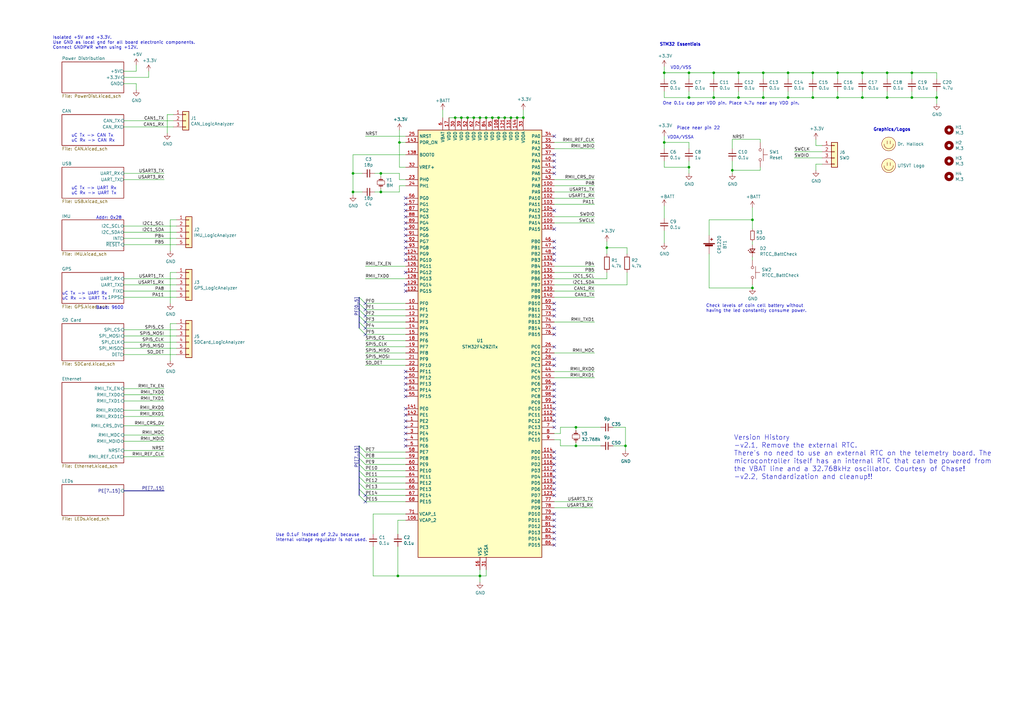
<source format=kicad_sch>
(kicad_sch (version 20230121) (generator eeschema)
  (paper "A3")
  (junction (at 323.215 29.845))
  (junction (at 191.77 48.26))
  (junction (at 384.175 40.005))
  (junction (at 333.375 29.845))
  (junction (at 236.22 175.26))
  (junction (at 343.535 29.845))
  (junction (at 196.85 236.22))
  (junction (at 156.21 78.74))
  (junction (at 144.78 78.74))
  (junction (at 282.575 68.58))
  (junction (at 163.83 58.42))
  (junction (at 156.21 71.12))
  (junction (at 343.535 40.005))
  (junction (at 196.85 48.26))
  (junction (at 201.93 48.26))
  (junction (at 302.895 29.845))
  (junction (at 144.78 71.12))
  (junction (at 282.575 29.845))
  (junction (at 374.015 40.005))
  (junction (at 272.415 58.42))
  (junction (at 186.69 48.26))
  (junction (at 323.215 40.005))
  (junction (at 209.55 48.26))
  (junction (at 189.23 48.26))
  (junction (at 374.015 29.845))
  (junction (at 204.47 48.26))
  (junction (at 199.39 48.26))
  (junction (at 313.055 40.005))
  (junction (at 363.855 29.845))
  (junction (at 308.61 90.17))
  (junction (at 363.855 40.005))
  (junction (at 163.195 236.22))
  (junction (at 256.54 182.88))
  (junction (at 292.735 29.845))
  (junction (at 313.055 29.845))
  (junction (at 282.575 40.005))
  (junction (at 300.355 69.85))
  (junction (at 207.01 48.26))
  (junction (at 194.31 48.26))
  (junction (at 236.22 182.88))
  (junction (at 248.92 101.6))
  (junction (at 214.63 48.26))
  (junction (at 353.695 29.845))
  (junction (at 302.895 40.005))
  (junction (at 292.735 40.005))
  (junction (at 212.09 48.26))
  (junction (at 308.61 118.11))
  (junction (at 272.415 29.845))
  (junction (at 353.695 40.005))
  (junction (at 333.375 40.005))
  (no_connect (at 166.37 106.68))
  (no_connect (at 227.33 99.06))
  (no_connect (at 149.86 127))
  (no_connect (at 227.33 172.72))
  (no_connect (at 227.33 86.36))
  (no_connect (at 166.37 162.56))
  (no_connect (at 227.33 190.5))
  (no_connect (at 149.86 205.74))
  (no_connect (at 227.33 193.04))
  (no_connect (at 227.33 137.16))
  (no_connect (at 166.37 182.88))
  (no_connect (at 227.33 68.58))
  (no_connect (at 227.33 195.58))
  (no_connect (at 166.37 111.76))
  (no_connect (at 227.33 104.14))
  (no_connect (at 166.37 88.9))
  (no_connect (at 227.33 124.46))
  (no_connect (at 227.33 71.12))
  (no_connect (at 166.37 83.82))
  (no_connect (at 166.37 172.72))
  (no_connect (at 149.86 124.46))
  (no_connect (at 166.37 86.36))
  (no_connect (at 166.37 160.02))
  (no_connect (at 227.33 165.1))
  (no_connect (at 227.33 203.2))
  (no_connect (at 149.86 137.16))
  (no_connect (at 166.37 91.44))
  (no_connect (at 227.33 101.6))
  (no_connect (at 166.37 167.64))
  (no_connect (at 227.33 210.82))
  (no_connect (at 227.33 147.32))
  (no_connect (at 227.33 63.5))
  (no_connect (at 149.86 134.62))
  (no_connect (at 227.33 157.48))
  (no_connect (at 227.33 175.26))
  (no_connect (at 227.33 134.62))
  (no_connect (at 166.37 104.14))
  (no_connect (at 166.37 116.84))
  (no_connect (at 166.37 81.28))
  (no_connect (at 227.33 93.98))
  (no_connect (at 227.33 127))
  (no_connect (at 166.37 157.48))
  (no_connect (at 227.33 220.98))
  (no_connect (at 227.33 129.54))
  (no_connect (at 166.37 119.38))
  (no_connect (at 227.33 200.66))
  (no_connect (at 149.86 203.2))
  (no_connect (at 166.37 175.26))
  (no_connect (at 227.33 198.12))
  (no_connect (at 166.37 177.8))
  (no_connect (at 166.37 101.6))
  (no_connect (at 166.37 154.94))
  (no_connect (at 166.37 99.06))
  (no_connect (at 166.37 170.18))
  (no_connect (at 149.86 129.54))
  (no_connect (at 166.37 152.4))
  (no_connect (at 227.33 66.04))
  (no_connect (at 227.33 160.02))
  (no_connect (at 227.33 223.52))
  (no_connect (at 227.33 106.68))
  (no_connect (at 227.33 215.9))
  (no_connect (at 149.86 132.08))
  (no_connect (at 227.33 187.96))
  (no_connect (at 227.33 162.56))
  (no_connect (at 166.37 96.52))
  (no_connect (at 227.33 55.88))
  (no_connect (at 227.33 213.36))
  (no_connect (at 227.33 185.42))
  (no_connect (at 227.33 218.44))
  (no_connect (at 227.33 149.86))
  (no_connect (at 166.37 93.98))
  (no_connect (at 227.33 167.64))
  (no_connect (at 166.37 180.34))
  (no_connect (at 227.33 142.24))
  (no_connect (at 227.33 170.18))
  (bus_entry (at 147.32 129.54) (size 2.54 2.54))
  (bus_entry (at 147.32 195.58) (size 2.54 2.54))
  (bus_entry (at 147.32 198.12) (size 2.54 2.54))
  (bus_entry (at 147.32 185.42) (size 2.54 2.54))
  (bus_entry (at 147.32 127) (size 2.54 2.54))
  (bus_entry (at 147.32 190.5) (size 2.54 2.54))
  (bus_entry (at 147.32 182.88) (size 2.54 2.54))
  (bus_entry (at 147.32 132.08) (size 2.54 2.54))
  (bus_entry (at 147.32 203.2) (size 2.54 2.54))
  (bus_entry (at 147.32 124.46) (size 2.54 2.54))
  (bus_entry (at 147.32 193.04) (size 2.54 2.54))
  (bus_entry (at 147.32 187.96) (size 2.54 2.54))
  (bus_entry (at 147.32 200.66) (size 2.54 2.54))
  (bus_entry (at 147.32 134.62) (size 2.54 2.54))
  (bus_entry (at 147.32 121.92) (size 2.54 2.54))
  (wire (pts (xy 290.83 90.17) (xy 308.61 90.17)))
  (bus (pts (xy 147.32 124.46) (xy 147.32 127)))
  (wire (pts (xy 166.37 124.46) (xy 149.86 124.46)))
  (wire (pts (xy 313.055 37.465) (xy 313.055 40.005)))
  (wire (pts (xy 227.33 205.74) (xy 243.205 205.74)))
  (wire (pts (xy 166.37 200.66) (xy 149.86 200.66)))
  (wire (pts (xy 166.37 137.16) (xy 149.86 137.16)))
  (wire (pts (xy 323.215 37.465) (xy 323.215 40.005)))
  (wire (pts (xy 282.575 40.005) (xy 292.735 40.005)))
  (wire (pts (xy 256.54 182.88) (xy 251.46 182.88)))
  (wire (pts (xy 227.33 119.38) (xy 243.84 119.38)))
  (wire (pts (xy 166.37 129.54) (xy 149.86 129.54)))
  (wire (pts (xy 363.855 40.005) (xy 374.015 40.005)))
  (wire (pts (xy 144.78 63.5) (xy 144.78 71.12)))
  (wire (pts (xy 374.015 29.845) (xy 374.015 32.385)))
  (wire (pts (xy 50.8 135.255) (xy 72.39 135.255)))
  (wire (pts (xy 181.61 45.085) (xy 181.61 48.26)))
  (wire (pts (xy 144.78 71.12) (xy 148.59 71.12)))
  (wire (pts (xy 272.415 29.845) (xy 272.415 32.385)))
  (wire (pts (xy 363.855 32.385) (xy 363.855 29.845)))
  (wire (pts (xy 323.215 29.845) (xy 313.055 29.845)))
  (wire (pts (xy 248.92 114.3) (xy 248.92 111.76)))
  (wire (pts (xy 333.375 32.385) (xy 333.375 29.845)))
  (wire (pts (xy 166.37 149.86) (xy 149.86 149.86)))
  (wire (pts (xy 166.37 205.74) (xy 149.86 205.74)))
  (wire (pts (xy 272.415 40.005) (xy 282.575 40.005)))
  (wire (pts (xy 72.39 95.25) (xy 50.8 95.25)))
  (wire (pts (xy 153.67 71.12) (xy 156.21 71.12)))
  (wire (pts (xy 290.83 104.14) (xy 290.83 118.11)))
  (bus (pts (xy 147.32 182.88) (xy 147.32 185.42)))
  (wire (pts (xy 243.205 208.28) (xy 227.33 208.28)))
  (wire (pts (xy 50.8 92.71) (xy 72.39 92.71)))
  (wire (pts (xy 243.84 154.94) (xy 227.33 154.94)))
  (wire (pts (xy 300.355 69.85) (xy 300.355 66.04)))
  (wire (pts (xy 311.785 69.85) (xy 300.355 69.85)))
  (wire (pts (xy 72.39 140.335) (xy 50.8 140.335)))
  (wire (pts (xy 302.895 29.845) (xy 313.055 29.845)))
  (wire (pts (xy 50.8 119.38) (xy 72.39 119.38)))
  (bus (pts (xy 147.32 193.04) (xy 147.32 195.58)))
  (wire (pts (xy 353.695 40.005) (xy 363.855 40.005)))
  (wire (pts (xy 69.85 90.17) (xy 72.39 90.17)))
  (wire (pts (xy 272.415 99.695) (xy 272.415 94.615)))
  (wire (pts (xy 144.78 63.5) (xy 166.37 63.5)))
  (wire (pts (xy 163.83 73.66) (xy 163.83 71.12)))
  (wire (pts (xy 243.84 109.22) (xy 227.33 109.22)))
  (wire (pts (xy 149.86 55.88) (xy 166.37 55.88)))
  (wire (pts (xy 227.33 81.28) (xy 243.84 81.28)))
  (wire (pts (xy 229.87 177.8) (xy 227.33 177.8)))
  (wire (pts (xy 343.535 37.465) (xy 343.535 40.005)))
  (wire (pts (xy 311.785 57.15) (xy 311.785 58.42)))
  (wire (pts (xy 384.175 29.845) (xy 384.175 32.385)))
  (bus (pts (xy 147.32 195.58) (xy 147.32 198.12)))
  (wire (pts (xy 337.185 62.23) (xy 325.755 62.23)))
  (wire (pts (xy 163.195 213.36) (xy 166.37 213.36)))
  (wire (pts (xy 196.85 236.22) (xy 199.39 236.22)))
  (wire (pts (xy 166.37 147.32) (xy 149.86 147.32)))
  (wire (pts (xy 186.69 48.26) (xy 189.23 48.26)))
  (wire (pts (xy 69.85 124.46) (xy 69.85 111.76)))
  (wire (pts (xy 163.83 58.42) (xy 163.83 68.58)))
  (wire (pts (xy 282.575 37.465) (xy 282.575 40.005)))
  (wire (pts (xy 323.215 40.005) (xy 333.375 40.005)))
  (wire (pts (xy 196.85 238.76) (xy 196.85 236.22)))
  (wire (pts (xy 246.38 182.88) (xy 236.22 182.88)))
  (wire (pts (xy 308.61 90.17) (xy 308.61 93.98)))
  (wire (pts (xy 282.575 29.845) (xy 292.735 29.845)))
  (wire (pts (xy 363.855 29.845) (xy 374.015 29.845)))
  (wire (pts (xy 50.8 114.3) (xy 72.39 114.3)))
  (wire (pts (xy 374.015 29.845) (xy 384.175 29.845)))
  (wire (pts (xy 163.195 224.155) (xy 163.195 236.22)))
  (wire (pts (xy 308.61 106.68) (xy 308.61 105.41)))
  (wire (pts (xy 374.015 40.005) (xy 384.175 40.005)))
  (wire (pts (xy 50.8 184.785) (xy 67.31 184.785)))
  (wire (pts (xy 374.015 37.465) (xy 374.015 40.005)))
  (wire (pts (xy 257.175 116.84) (xy 257.175 111.76)))
  (wire (pts (xy 72.39 97.79) (xy 50.8 97.79)))
  (wire (pts (xy 313.055 29.845) (xy 313.055 32.385)))
  (wire (pts (xy 227.33 58.42) (xy 243.84 58.42)))
  (wire (pts (xy 256.54 184.785) (xy 256.54 182.88)))
  (wire (pts (xy 323.215 29.845) (xy 333.375 29.845)))
  (wire (pts (xy 50.8 116.84) (xy 72.39 116.84)))
  (wire (pts (xy 156.21 78.74) (xy 163.83 78.74)))
  (wire (pts (xy 144.78 78.74) (xy 148.59 78.74)))
  (wire (pts (xy 282.575 71.12) (xy 282.575 68.58)))
  (bus (pts (xy 147.32 121.92) (xy 147.32 124.46)))
  (bus (pts (xy 147.32 129.54) (xy 147.32 132.08)))
  (wire (pts (xy 384.175 40.005) (xy 384.175 37.465)))
  (wire (pts (xy 272.415 27.305) (xy 272.415 29.845)))
  (wire (pts (xy 248.92 101.6) (xy 248.92 104.14)))
  (wire (pts (xy 149.86 144.78) (xy 166.37 144.78)))
  (wire (pts (xy 300.355 71.12) (xy 300.355 69.85)))
  (wire (pts (xy 236.22 175.26) (xy 236.22 176.53)))
  (wire (pts (xy 50.8 178.435) (xy 67.31 178.435)))
  (wire (pts (xy 300.355 60.96) (xy 300.355 57.15)))
  (wire (pts (xy 227.33 88.9) (xy 243.84 88.9)))
  (bus (pts (xy 147.32 127) (xy 147.32 129.54)))
  (wire (pts (xy 243.84 132.08) (xy 227.33 132.08)))
  (wire (pts (xy 227.33 78.74) (xy 243.84 78.74)))
  (wire (pts (xy 353.695 29.845) (xy 363.855 29.845)))
  (wire (pts (xy 343.535 32.385) (xy 343.535 29.845)))
  (wire (pts (xy 243.84 121.92) (xy 227.33 121.92)))
  (wire (pts (xy 246.38 175.26) (xy 236.22 175.26)))
  (wire (pts (xy 163.195 236.22) (xy 196.85 236.22)))
  (wire (pts (xy 292.735 40.005) (xy 302.895 40.005)))
  (wire (pts (xy 227.33 152.4) (xy 243.84 152.4)))
  (bus (pts (xy 147.32 185.42) (xy 147.32 187.96)))
  (wire (pts (xy 144.78 71.12) (xy 144.78 78.74)))
  (bus (pts (xy 67.31 201.295) (xy 50.8 201.295)))
  (wire (pts (xy 166.37 114.3) (xy 149.86 114.3)))
  (wire (pts (xy 272.415 58.42) (xy 272.415 60.96)))
  (wire (pts (xy 334.645 67.31) (xy 337.185 67.31)))
  (wire (pts (xy 163.83 78.74) (xy 163.83 76.2)))
  (wire (pts (xy 196.85 233.68) (xy 196.85 236.22)))
  (wire (pts (xy 333.375 37.465) (xy 333.375 40.005)))
  (wire (pts (xy 72.39 132.715) (xy 69.85 132.715)))
  (wire (pts (xy 282.575 68.58) (xy 272.415 68.58)))
  (wire (pts (xy 144.78 78.74) (xy 144.78 80.01)))
  (wire (pts (xy 196.85 48.26) (xy 199.39 48.26)))
  (wire (pts (xy 166.37 127) (xy 149.86 127)))
  (wire (pts (xy 207.01 48.26) (xy 209.55 48.26)))
  (bus (pts (xy 147.32 200.66) (xy 147.32 203.2)))
  (wire (pts (xy 69.85 102.87) (xy 69.85 90.17)))
  (wire (pts (xy 189.23 48.26) (xy 191.77 48.26)))
  (wire (pts (xy 50.8 180.975) (xy 67.31 180.975)))
  (wire (pts (xy 50.8 174.625) (xy 67.31 174.625)))
  (wire (pts (xy 229.87 180.34) (xy 229.87 182.88)))
  (wire (pts (xy 313.055 40.005) (xy 323.215 40.005)))
  (wire (pts (xy 50.8 52.07) (xy 71.12 52.07)))
  (wire (pts (xy 227.33 76.2) (xy 243.84 76.2)))
  (wire (pts (xy 166.37 58.42) (xy 163.83 58.42)))
  (wire (pts (xy 50.8 142.875) (xy 72.39 142.875)))
  (wire (pts (xy 60.96 29.21) (xy 60.96 31.75)))
  (wire (pts (xy 50.8 137.795) (xy 72.39 137.795)))
  (wire (pts (xy 256.54 175.26) (xy 256.54 182.88)))
  (wire (pts (xy 166.37 198.12) (xy 149.86 198.12)))
  (wire (pts (xy 292.735 32.385) (xy 292.735 29.845)))
  (wire (pts (xy 156.21 77.47) (xy 156.21 78.74)))
  (wire (pts (xy 282.575 58.42) (xy 282.575 60.96)))
  (wire (pts (xy 201.93 48.26) (xy 204.47 48.26)))
  (wire (pts (xy 166.37 195.58) (xy 149.86 195.58)))
  (wire (pts (xy 156.21 71.12) (xy 163.83 71.12)))
  (wire (pts (xy 156.21 71.12) (xy 156.21 72.39)))
  (wire (pts (xy 334.645 57.15) (xy 334.645 59.69)))
  (wire (pts (xy 292.735 37.465) (xy 292.735 40.005)))
  (wire (pts (xy 227.33 83.82) (xy 243.84 83.82)))
  (wire (pts (xy 60.96 31.75) (xy 50.8 31.75)))
  (wire (pts (xy 163.83 73.66) (xy 166.37 73.66)))
  (wire (pts (xy 204.47 48.26) (xy 207.01 48.26)))
  (wire (pts (xy 50.8 71.12) (xy 67.31 71.12)))
  (wire (pts (xy 55.88 29.21) (xy 50.8 29.21)))
  (wire (pts (xy 334.645 59.69) (xy 337.185 59.69)))
  (wire (pts (xy 323.215 29.845) (xy 323.215 32.385)))
  (wire (pts (xy 166.37 193.04) (xy 149.86 193.04)))
  (wire (pts (xy 363.855 37.465) (xy 363.855 40.005)))
  (wire (pts (xy 311.785 68.58) (xy 311.785 69.85)))
  (wire (pts (xy 209.55 48.26) (xy 212.09 48.26)))
  (wire (pts (xy 272.415 58.42) (xy 282.575 58.42)))
  (wire (pts (xy 166.37 142.24) (xy 149.86 142.24)))
  (wire (pts (xy 163.195 213.36) (xy 163.195 219.075)))
  (wire (pts (xy 343.535 29.845) (xy 353.695 29.845)))
  (wire (pts (xy 166.37 203.2) (xy 149.86 203.2)))
  (wire (pts (xy 166.37 187.96) (xy 149.86 187.96)))
  (wire (pts (xy 236.22 182.88) (xy 236.22 181.61)))
  (wire (pts (xy 334.645 69.85) (xy 334.645 67.31)))
  (wire (pts (xy 163.83 53.34) (xy 163.83 58.42)))
  (wire (pts (xy 333.375 29.845) (xy 343.535 29.845)))
  (wire (pts (xy 50.8 161.925) (xy 67.31 161.925)))
  (wire (pts (xy 153.035 224.155) (xy 153.035 236.22)))
  (wire (pts (xy 302.895 40.005) (xy 313.055 40.005)))
  (wire (pts (xy 290.83 96.52) (xy 290.83 90.17)))
  (wire (pts (xy 282.575 32.385) (xy 282.575 29.845)))
  (bus (pts (xy 147.32 132.08) (xy 147.32 134.62)))
  (wire (pts (xy 257.175 101.6) (xy 257.175 104.14)))
  (wire (pts (xy 227.33 116.84) (xy 257.175 116.84)))
  (wire (pts (xy 166.37 190.5) (xy 149.86 190.5)))
  (wire (pts (xy 71.12 49.53) (xy 50.8 49.53)))
  (wire (pts (xy 300.355 57.15) (xy 311.785 57.15)))
  (wire (pts (xy 272.415 37.465) (xy 272.415 40.005)))
  (wire (pts (xy 353.695 32.385) (xy 353.695 29.845)))
  (wire (pts (xy 308.61 116.84) (xy 308.61 118.11)))
  (wire (pts (xy 292.735 29.845) (xy 302.895 29.845)))
  (wire (pts (xy 67.31 187.325) (xy 50.8 187.325)))
  (wire (pts (xy 229.87 175.26) (xy 236.22 175.26)))
  (wire (pts (xy 308.61 100.33) (xy 308.61 99.06)))
  (wire (pts (xy 282.575 68.58) (xy 282.575 66.04)))
  (wire (pts (xy 229.87 182.88) (xy 236.22 182.88)))
  (wire (pts (xy 153.035 236.22) (xy 163.195 236.22)))
  (wire (pts (xy 166.37 109.22) (xy 149.86 109.22)))
  (wire (pts (xy 248.92 99.06) (xy 248.92 101.6)))
  (wire (pts (xy 50.8 121.92) (xy 72.39 121.92)))
  (wire (pts (xy 50.8 159.385) (xy 67.31 159.385)))
  (wire (pts (xy 302.895 32.385) (xy 302.895 29.845)))
  (wire (pts (xy 290.83 118.11) (xy 308.61 118.11)))
  (wire (pts (xy 325.755 64.77) (xy 337.185 64.77)))
  (wire (pts (xy 55.88 34.29) (xy 50.8 34.29)))
  (wire (pts (xy 163.83 68.58) (xy 166.37 68.58)))
  (wire (pts (xy 166.37 185.42) (xy 149.86 185.42)))
  (wire (pts (xy 353.695 37.465) (xy 353.695 40.005)))
  (wire (pts (xy 272.415 68.58) (xy 272.415 66.04)))
  (wire (pts (xy 248.92 101.6) (xy 257.175 101.6)))
  (wire (pts (xy 68.58 46.99) (xy 71.12 46.99)))
  (wire (pts (xy 199.39 233.68) (xy 199.39 236.22)))
  (wire (pts (xy 199.39 48.26) (xy 201.93 48.26)))
  (wire (pts (xy 194.31 48.26) (xy 196.85 48.26)))
  (wire (pts (xy 163.83 76.2) (xy 166.37 76.2)))
  (wire (pts (xy 68.58 54.61) (xy 68.58 46.99)))
  (wire (pts (xy 272.415 29.845) (xy 282.575 29.845)))
  (wire (pts (xy 212.09 48.26) (xy 214.63 48.26)))
  (wire (pts (xy 272.415 55.88) (xy 272.415 58.42)))
  (wire (pts (xy 227.33 180.34) (xy 229.87 180.34)))
  (wire (pts (xy 384.175 42.545) (xy 384.175 40.005)))
  (wire (pts (xy 55.88 36.83) (xy 55.88 34.29)))
  (wire (pts (xy 191.77 48.26) (xy 194.31 48.26)))
  (wire (pts (xy 166.37 132.08) (xy 149.86 132.08)))
  (wire (pts (xy 69.85 132.715) (xy 69.85 147.955)))
  (wire (pts (xy 227.33 60.96) (xy 243.84 60.96)))
  (wire (pts (xy 69.85 111.76) (xy 72.39 111.76)))
  (wire (pts (xy 243.84 91.44) (xy 227.33 91.44)))
  (wire (pts (xy 166.37 210.82) (xy 153.035 210.82)))
  (wire (pts (xy 67.31 170.815) (xy 50.8 170.815)))
  (wire (pts (xy 55.88 26.67) (xy 55.88 29.21)))
  (wire (pts (xy 227.33 114.3) (xy 248.92 114.3)))
  (wire (pts (xy 251.46 175.26) (xy 256.54 175.26)))
  (wire (pts (xy 227.33 111.76) (xy 243.84 111.76)))
  (wire (pts (xy 166.37 139.7) (xy 149.86 139.7)))
  (wire (pts (xy 333.375 40.005) (xy 343.535 40.005)))
  (wire (pts (xy 343.535 40.005) (xy 353.695 40.005)))
  (wire (pts (xy 229.87 175.26) (xy 229.87 177.8)))
  (wire (pts (xy 272.415 84.455) (xy 272.415 89.535)))
  (wire (pts (xy 302.895 37.465) (xy 302.895 40.005)))
  (bus (pts (xy 147.32 187.96) (xy 147.32 190.5)))
  (wire (pts (xy 214.63 45.085) (xy 214.63 48.26)))
  (wire (pts (xy 50.8 168.275) (xy 67.31 168.275)))
  (wire (pts (xy 153.67 78.74) (xy 156.21 78.74)))
  (bus (pts (xy 147.32 198.12) (xy 147.32 200.66)))
  (wire (pts (xy 50.8 100.33) (xy 72.39 100.33)))
  (wire (pts (xy 67.31 73.66) (xy 50.8 73.66)))
  (wire (pts (xy 166.37 134.62) (xy 149.86 134.62)))
  (bus (pts (xy 147.32 190.5) (xy 147.32 193.04)))
  (wire (pts (xy 227.33 144.78) (xy 243.84 144.78)))
  (wire (pts (xy 50.8 145.415) (xy 72.39 145.415)))
  (wire (pts (xy 308.61 85.09) (xy 308.61 90.17)))
  (wire (pts (xy 67.31 164.465) (xy 50.8 164.465)))
  (wire (pts (xy 153.035 210.82) (xy 153.035 219.075)))
  (wire (pts (xy 227.33 73.66) (xy 243.84 73.66)))
  (wire (pts (xy 184.15 48.26) (xy 186.69 48.26)))
  (text "Version History\n-v2.1, Remove the external RTC.\nThere's no need to use an external RTC on the telemetry board. The\nmicrocontroller itself has an internal RTC that can be powered from\nthe VBAT line and a 32.768kHz oscillator. Courtesy of Chase!\n-v2.2, Standardization and cleanup!!" (at 300.99 196.85 0) (effects (font (size 2 2)) (justify left bottom)))
  (text "Place near pin 22" (at 277.495 53.34 0) (effects (font (size 1.27 1.27)) (justify left bottom)))
  (text "Graphics/Logos" (at 358.14 53.975 0) (effects (font (size 1.27 1.27) (thickness 0.254) bold) (justify left bottom)))
  (text "Addr: 0x28" (at 39.37 90.17 0) (effects (font (size 1.27 1.27)) (justify left bottom)))
  (text "uC Tx -> UART Rx\nuC Rx -> UART Tx" (at 25.4 123.19 0) (effects (font (size 1.27 1.27)) (justify left bottom)))
  (text "Isolated +5V and +3.3V.\nUse GND as local gnd for all board electronic components.\nConnect GNDPWR when using +12V." (at 21.59 20.32 0) (effects (font (size 1.27 1.27)) (justify left bottom)))
  (text "Check levels of coin cell battery without\nhaving the led constantly consume power." (at 289.56 128.27 0) (effects (font (size 1.27 1.27)) (justify left bottom)))
  (text "VDD/VSS" (at 274.955 28.575 0) (effects (font (size 1.27 1.27)) (justify left bottom)))
  (text "One 0.1u cap per VDD pin. Place 4.7u near any VDD pin." (at 271.78 43.18 0) (effects (font (size 1.27 1.27)) (justify left bottom)))
  (text "Use 0.1uF instead of 2.2u because\ninternal voltage regulator is not used." (at 113.03 222.25 0) (effects (font (size 1.27 1.27)) (justify left bottom)))
  (text "VDDA/VSSA" (at 273.685 57.15 0) (effects (font (size 1.27 1.27)) (justify left bottom)))
  (text "STM32 Essentials" (at 270.51 19.05 0) (effects (font (size 1.27 1.27) (thickness 0.254) bold) (justify left bottom)))
  (text "Baud: 9600" (at 39.37 127 0) (effects (font (size 1.27 1.27)) (justify left bottom)))
  (text "uC Tx -> UART Rx\nuC Rx -> UART Tx" (at 29.21 80.01 0) (effects (font (size 1.27 1.27)) (justify left bottom)))
  (text "uC Tx -> CAN Tx\nuC Rx -> CAN Rx" (at 29.21 58.42 0) (effects (font (size 1.27 1.27)) (justify left bottom)))
  (label "USART1_RX" (at 243.84 81.28 180))
  (label "PA8" (at 67.31 119.38 180))
  (label "RMII_TXD1" (at 67.31 164.465 180))
  (label "RMII_REF_CLK" (at 67.31 187.325 180))
  (label "PA11" (at 67.31 121.92 180))
  (label "SWDIO" (at 243.84 88.9 180))
  (label "RMII_CRS_DV" (at 67.31 174.625 180))
  (label "SPI5_MOSI" (at 149.86 147.32 0))
  (label "SWDIO" (at 325.755 64.77 0))
  (label "NRST" (at 300.355 57.15 0))
  (label "USART1_TX" (at 67.31 114.3 180))
  (label "RMII_RXD1" (at 67.31 170.815 180))
  (label "PF2" (at 149.86 129.54 0))
  (label "PE[7..15]" (at 67.31 201.295 180))
  (label "PE8" (at 149.86 187.96 0))
  (label "USART3_RX" (at 67.31 73.66 180))
  (label "SWCLK" (at 325.755 62.23 0))
  (label "PB4" (at 243.84 109.22 180))
  (label "RMII_TXD0" (at 149.86 114.3 0))
  (label "PE10" (at 149.86 193.04 0))
  (label "SPI5_CS" (at 149.86 139.7 0))
  (label "NRST" (at 67.31 184.785 180))
  (label "PF5" (at 149.86 137.16 0))
  (label "PB5" (at 67.31 100.33 180))
  (label "PE11" (at 149.86 195.58 0))
  (label "PE15" (at 149.86 205.74 0))
  (label "RMII_REF_CLK" (at 243.84 58.42 180))
  (label "I2C1_SDA" (at 67.31 95.25 180))
  (label "PE[7..15]" (at 147.32 191.77 90))
  (label "SD_DET" (at 67.31 145.415 180))
  (label "PE9" (at 149.86 190.5 0))
  (label "PF0" (at 149.86 124.46 0))
  (label "PE12" (at 149.86 198.12 0))
  (label "CAN1_RX" (at 67.31 52.07 180))
  (label "RMII_MDC" (at 243.84 144.78 180))
  (label "CAN1_TX" (at 243.84 121.92 180))
  (label "RMII_MDIO" (at 67.31 180.975 180))
  (label "PA8" (at 243.84 76.2 180))
  (label "SPI5_MISO" (at 149.86 144.78 0))
  (label "RMII_TXD0" (at 67.31 161.925 180))
  (label "CAN1_RX" (at 243.84 119.38 180))
  (label "PA11" (at 243.84 83.82 180))
  (label "RMII_RXD0" (at 243.84 152.4 180))
  (label "PF[0..5]" (at 147.32 129.54 90))
  (label "RMII_TX_EN" (at 67.31 159.385 180))
  (label "RMII_TX_EN" (at 149.86 109.22 0))
  (label "USART3_TX" (at 67.31 71.12 180))
  (label "CAN1_TX" (at 67.31 49.53 180))
  (label "RMII_TXD1" (at 243.84 132.08 180))
  (label "RMII_RXD0" (at 67.31 168.275 180))
  (label "SPI5_CLK" (at 67.31 140.335 180))
  (label "USART3_RX" (at 243.205 208.28 180))
  (label "USART3_TX" (at 243.205 205.74 180))
  (label "SPI5_MOSI" (at 67.31 137.795 180))
  (label "PE14" (at 149.86 203.2 0))
  (label "PE13" (at 149.86 200.66 0))
  (label "PF1" (at 149.86 127 0))
  (label "I2C1_SDA" (at 243.84 116.84 180))
  (label "RMII_RXD1" (at 243.84 154.94 180))
  (label "SPI5_CLK" (at 149.86 142.24 0))
  (label "RMII_CRS_DV" (at 243.84 73.66 180))
  (label "USART1_RX" (at 67.31 116.84 180))
  (label "SWCLK" (at 243.84 91.44 180))
  (label "SPI5_MISO" (at 67.31 142.875 180))
  (label "NRST" (at 149.86 55.88 0))
  (label "SD_DET" (at 149.86 149.86 0))
  (label "PB5" (at 243.84 111.76 180))
  (label "PE7" (at 149.86 185.42 0))
  (label "PF3" (at 149.86 132.08 0))
  (label "I2C1_SCL" (at 243.84 114.3 180))
  (label "RMII_MDC" (at 67.31 178.435 180))
  (label "I2C1_SCL" (at 67.31 92.71 180))
  (label "RMII_MDIO" (at 243.84 60.96 180))
  (label "USART1_TX" (at 243.84 78.74 180))
  (label "PB4" (at 67.31 97.79 180))
  (label "SPI5_CS" (at 67.31 135.255 180))
  (label "PF4" (at 149.86 134.62 0))
  (symbol (lib_id "power:GND") (at 55.88 36.83 0) (unit 1)
    (property "Reference" "#PWR0115" (effects hide))
    (property "Value" "GND" (at 56.007 41.2242 0))
  )
  (symbol (lib_id "power:+5V") (at 55.88 26.67 0) (unit 1)
    (property "Reference" "#PWR0101" (effects hide))
    (property "Value" "+5V" (at 56.261 22.2758 0))
  )
  (symbol (lib_id "power:+3.3V") (at 60.96 29.21 0) (unit 1)
    (property "Reference" "#PWR0102" (effects hide))
    (property "Value" "+3.3V" (at 61.341 24.8158 0))
  )
  (symbol (lib_id "Device:C_Small") (at 282.575 63.5 0) (unit 1)
    (property "Reference" "C8" (at 284.9118 62.3316 0) (effects (justify left)))
    (property "Value" "1u" (at 284.9118 64.643 0) (effects (justify left)))
    (property "Footprint" "Capacitor_SMD:C_0805_2012Metric" (effects hide))
  )
  (symbol (lib_id "Device:C_Small") (at 272.415 63.5 0) (unit 1)
    (property "Reference" "C6" (at 274.7518 62.3316 0) (effects (justify left)))
    (property "Value" "0.1u" (at 274.7518 64.643 0) (effects (justify left)))
    (property "Footprint" "Capacitor_SMD:C_0805_2012Metric" (effects hide))
  )
  (symbol (lib_id "power:+3.3V") (at 272.415 55.88 0) (unit 1)
    (property "Reference" "#PWR0103" (effects hide))
    (property "Value" "+3.3V" (at 272.796 51.4858 0))
  )
  (symbol (lib_id "power:GND") (at 282.575 71.12 0) (unit 1)
    (property "Reference" "#PWR0104" (effects hide))
    (property "Value" "GND" (at 282.702 75.5142 0))
  )
  (symbol (lib_id "Device:C_Small") (at 272.415 34.925 0) (unit 1)
    (property "Reference" "C5" (at 274.7518 33.7566 0) (effects (justify left)))
    (property "Value" "0.1u" (at 274.7518 36.068 0) (effects (justify left)))
    (property "Footprint" "Capacitor_SMD:C_0805_2012Metric" (effects hide))
  )
  (symbol (lib_id "Device:C_Small") (at 384.175 34.925 0) (unit 1)
    (property "Reference" "C20" (at 386.5118 33.7566 0) (effects (justify left)))
    (property "Value" "4.7u" (at 386.5118 36.068 0) (effects (justify left)))
    (property "Footprint" "Capacitor_SMD:C_0805_2012Metric" (effects hide))
  )
  (symbol (lib_id "Device:C_Small") (at 282.575 34.925 0) (unit 1)
    (property "Reference" "C7" (at 284.9118 33.7566 0) (effects (justify left)))
    (property "Value" "0.1u" (at 284.9118 36.068 0) (effects (justify left)))
    (property "Footprint" "Capacitor_SMD:C_0805_2012Metric" (effects hide))
  )
  (symbol (lib_id "Device:C_Small") (at 292.735 34.925 0) (unit 1)
    (property "Reference" "C11" (at 295.0718 33.7566 0) (effects (justify left)))
    (property "Value" "0.1u" (at 295.0718 36.068 0) (effects (justify left)))
    (property "Footprint" "Capacitor_SMD:C_0805_2012Metric" (effects hide))
  )
  (symbol (lib_id "Device:C_Small") (at 302.895 34.925 0) (unit 1)
    (property "Reference" "C12" (at 305.2318 33.7566 0) (effects (justify left)))
    (property "Value" "0.1u" (at 305.2318 36.068 0) (effects (justify left)))
    (property "Footprint" "Capacitor_SMD:C_0805_2012Metric" (effects hide))
  )
  (symbol (lib_id "Device:C_Small") (at 313.055 34.925 0) (unit 1)
    (property "Reference" "C13" (at 315.3918 33.7566 0) (effects (justify left)))
    (property "Value" "0.1u" (at 315.3918 36.068 0) (effects (justify left)))
    (property "Footprint" "Capacitor_SMD:C_0805_2012Metric" (effects hide))
  )
  (symbol (lib_id "power:+3.3V") (at 272.415 27.305 0) (unit 1)
    (property "Reference" "#PWR0105" (effects hide))
    (property "Value" "+3.3V" (at 272.796 22.9108 0))
  )
  (symbol (lib_id "power:GND") (at 384.175 42.545 0) (unit 1)
    (property "Reference" "#PWR0106" (effects hide))
    (property "Value" "GND" (at 384.302 46.9392 0))
  )
  (symbol (lib_id "Connector_Generic:Conn_01x04") (at 342.265 62.23 0) (unit 1)
    (property "Reference" "J6" (at 344.297 62.4332 0) (effects (justify left)))
    (property "Value" "SWD" (at 344.297 64.7446 0) (effects (justify left)))
    (property "Footprint" "Connector_PinHeader_2.54mm:PinHeader_1x04_P2.54mm_Vertical" (effects hide))
  )
  (symbol (lib_id "power:GND") (at 334.645 69.85 0) (unit 1)
    (property "Reference" "#PWR0107" (effects hide))
    (property "Value" "GND" (at 334.772 74.2442 0))
  )
  (symbol (lib_id "power:+3.3V") (at 334.645 57.15 0) (unit 1)
    (property "Reference" "#PWR0108" (effects hide))
    (property "Value" "+3.3V" (at 335.026 52.7558 0))
  )
  (symbol (lib_id "Device:C_Small") (at 300.355 63.5 0) (unit 1)
    (property "Reference" "C10" (at 302.6918 62.3316 0) (effects (justify left)))
    (property "Value" "0.1u" (at 302.6918 64.643 0) (effects (justify left)))
    (property "Footprint" "Capacitor_SMD:C_0805_2012Metric" (effects hide))
  )
  (symbol (lib_id "Switch:SW_Push") (at 311.785 63.5 270) (unit 1)
    (property "Reference" "SW1" (at 315.5442 62.3316 90) (effects (justify left)))
    (property "Value" "Reset" (at 315.5442 64.643 90) (effects (justify left)))
    (property "Footprint" "UTSVT_Special:SW_SPST_B3SL-1002P" (effects hide))
    (property "P/N" "EVQ-7Q203W or B3SL-1002P" (effects hide))
  )
  (symbol (lib_id "power:GND") (at 300.355 71.12 0) (unit 1)
    (property "Reference" "#PWR0109" (effects hide))
    (property "Value" "GND" (at 300.482 75.5142 0))
  )
  (symbol (lib_id "utsvt-misc:Logo_Placeholder") (at 364.49 59.055 0) (unit 1)
    (property "Reference" "LOGO1" (effects hide))
    (property "Value" "Dr. Hallock" (at 368.046 59.055 0) (effects (justify left)))
    (property "Footprint" "UTSVT_Special:Hallock_Image" (effects hide))
  )
  (symbol (lib_id "utsvt-misc:Logo_Placeholder") (at 364.49 67.945 0) (unit 1)
    (property "Reference" "LOGO2" (effects hide))
    (property "Value" "UTSVT Logo" (at 368.046 67.945 0) (effects (justify left)))
    (property "Footprint" "UTSVT_Special:UTSVT_Logo_Symbol" (effects hide))
  )
  (symbol (lib_id "Mechanical:MountingHole") (at 389.255 53.34 0) (unit 1)
    (property "Reference" "H1" (at 391.795 52.1716 0) (effects (justify left)))
    (property "Value" "M.3" (at 391.795 54.483 0) (effects (justify left)))
    (property "Footprint" "MountingHole:MountingHole_3mm" (effects hide))
  )
  (symbol (lib_id "Mechanical:MountingHole") (at 389.255 59.69 0) (unit 1)
    (property "Reference" "H2" (at 391.795 58.5216 0) (effects (justify left)))
    (property "Value" "M.3" (at 391.795 60.833 0) (effects (justify left)))
    (property "Footprint" "MountingHole:MountingHole_3mm" (effects hide))
  )
  (symbol (lib_id "Mechanical:MountingHole") (at 389.255 66.04 0) (unit 1)
    (property "Reference" "H3" (at 391.795 64.8716 0) (effects (justify left)))
    (property "Value" "M.3" (at 391.795 67.183 0) (effects (justify left)))
    (property "Footprint" "MountingHole:MountingHole_3mm" (effects hide))
  )
  (symbol (lib_id "Mechanical:MountingHole") (at 389.255 72.39 0) (unit 1)
    (property "Reference" "H4" (at 391.795 71.2216 0) (effects (justify left)))
    (property "Value" "M.3" (at 391.795 73.533 0) (effects (justify left)))
    (property "Footprint" "MountingHole:MountingHole_3mm" (effects hide))
  )
  (symbol (lib_id "MCU_ST_STM32F4:STM32F429ZITx") (at 196.85 142.24 0) (unit 1)
    (property "Reference" "U1" (at 196.85 139.7 0))
    (property "Value" "STM32F429ZITx" (at 196.85 142.24 0))
    (property "Footprint" "Package_QFP:LQFP-144_20x20mm_P0.5mm" (effects hide))
    (property "Datasheet" "https://www.st.com/resource/en/datasheet/stm32f429zi.pdf" (effects hide))
  )
  (symbol (lib_id "power:GND") (at 196.85 238.76 0) (unit 1)
    (property "Reference" "#PWR0114" (effects hide))
    (property "Value" "GND" (at 196.977 243.1542 0))
  )
  (symbol (lib_id "Device:C_Small") (at 323.215 34.925 0) (unit 1)
    (property "Reference" "C14" (at 325.5518 33.7566 0) (effects (justify left)))
    (property "Value" "0.1u" (at 325.5518 36.068 0) (effects (justify left)))
    (property "Footprint" "Capacitor_SMD:C_0805_2012Metric" (effects hide))
  )
  (symbol (lib_id "Device:C_Small") (at 333.375 34.925 0) (unit 1)
    (property "Reference" "C15" (at 335.7118 33.7566 0) (effects (justify left)))
    (property "Value" "0.1u" (at 335.7118 36.068 0) (effects (justify left)))
    (property "Footprint" "Capacitor_SMD:C_0805_2012Metric" (effects hide))
  )
  (symbol (lib_id "Device:C_Small") (at 343.535 34.925 0) (unit 1)
    (property "Reference" "C16" (at 345.8718 33.7566 0) (effects (justify left)))
    (property "Value" "0.1u" (at 345.8718 36.068 0) (effects (justify left)))
    (property "Footprint" "Capacitor_SMD:C_0805_2012Metric" (effects hide))
  )
  (symbol (lib_id "Device:C_Small") (at 353.695 34.925 0) (unit 1)
    (property "Reference" "C17" (at 356.0318 33.7566 0) (effects (justify left)))
    (property "Value" "0.1u" (at 356.0318 36.068 0) (effects (justify left)))
    (property "Footprint" "Capacitor_SMD:C_0805_2012Metric" (effects hide))
  )
  (symbol (lib_id "Device:C_Small") (at 363.855 34.925 0) (unit 1)
    (property "Reference" "C18" (at 366.1918 33.7566 0) (effects (justify left)))
    (property "Value" "0.1u" (at 366.1918 36.068 0) (effects (justify left)))
    (property "Footprint" "Capacitor_SMD:C_0805_2012Metric" (effects hide))
  )
  (symbol (lib_id "Device:C_Small") (at 374.015 34.925 0) (unit 1)
    (property "Reference" "C19" (at 376.3518 33.7566 0) (effects (justify left)))
    (property "Value" "0.1u" (at 376.3518 36.068 0) (effects (justify left)))
    (property "Footprint" "Capacitor_SMD:C_0805_2012Metric" (effects hide))
  )
  (symbol (lib_id "Connector_Generic:Conn_01x05") (at 77.47 95.25 0) (unit 1)
    (property "Reference" "J2" (at 79.502 94.1832 0) (effects (justify left)))
    (property "Value" "IMU_LogicAnalyzer" (at 79.502 96.4946 0) (effects (justify left)))
    (property "Footprint" "Connector_PinHeader_2.54mm:PinHeader_1x05_P2.54mm_Vertical" (effects hide))
  )
  (symbol (lib_id "power:GND") (at 69.85 102.87 0) (unit 1)
    (property "Reference" "#PWR0118" (effects hide))
    (property "Value" "GND" (at 69.977 107.2642 0))
  )
  (symbol (lib_id "Connector_Generic:Conn_01x05") (at 77.47 116.84 0) (unit 1)
    (property "Reference" "J3" (at 79.502 115.7732 0) (effects (justify left)))
    (property "Value" "GPS_LogicAnalyzer" (at 79.502 118.0846 0) (effects (justify left)))
    (property "Footprint" "Connector_PinHeader_2.54mm:PinHeader_1x05_P2.54mm_Vertical" (effects hide))
  )
  (symbol (lib_id "power:GND") (at 69.85 124.46 0) (unit 1)
    (property "Reference" "#PWR0119" (effects hide))
    (property "Value" "GND" (at 69.977 128.8542 0))
  )
  (symbol (lib_id "Connector_Generic:Conn_01x06") (at 77.47 137.795 0) (unit 1)
    (property "Reference" "J5" (at 79.502 137.9982 0) (effects (justify left)))
    (property "Value" "SDCard_LogicAnalyzer" (at 79.502 140.3096 0) (effects (justify left)))
    (property "Footprint" "Connector_PinHeader_2.54mm:PinHeader_1x06_P2.54mm_Vertical" (effects hide))
  )
  (symbol (lib_id "power:GND") (at 69.85 147.955 0) (unit 1)
    (property "Reference" "#PWR0121" (effects hide))
    (property "Value" "GND" (at 69.977 152.3492 0))
  )
  (symbol (lib_id "Connector_Generic:Conn_01x03") (at 76.2 49.53 0) (unit 1)
    (property "Reference" "J1" (at 78.232 48.4632 0) (effects (justify left)))
    (property "Value" "CAN_LogicAnalyzer" (at 78.232 50.7746 0) (effects (justify left)))
    (property "Footprint" "Connector_PinHeader_2.54mm:PinHeader_1x03_P2.54mm_Vertical" (effects hide))
  )
  (symbol (lib_id "power:GND") (at 68.58 54.61 0) (unit 1)
    (property "Reference" "#PWR0122" (effects hide))
    (property "Value" "GND" (at 68.707 59.0042 0))
  )
  (symbol (lib_id "power:GND") (at 272.415 99.695 0) (unit 1)
    (property "Reference" "#PWR05" (effects hide))
    (property "Value" "GND" (at 272.542 104.0892 0))
  )
  (symbol (lib_id "Device:Crystal_Small") (at 156.21 74.93 270) (unit 1)
    (property "Reference" "Y1" (at 158.4452 73.7616 90) (effects (justify left)))
    (property "Value" "8M" (at 158.4452 76.073 90) (effects (justify left)))
    (property "Footprint" "UTSVT_Special:Crystal_SMD_TXC_7A-2Pin_5x3.2mm" (effects hide))
    (property "P/N" "7A-8.000MAHJ-T" (effects hide))
  )
  (symbol (lib_id "power:+3.3V") (at 214.63 45.085 0) (unit 1)
    (property "Reference" "#PWR015" (effects hide))
    (property "Value" "+3.3V" (at 215.011 40.6908 0))
  )
  (symbol (lib_id "Device:R") (at 248.92 107.95 0) (unit 1)
    (property "Reference" "R1" (at 250.698 106.7816 0) (effects (justify left)))
    (property "Value" "4.7k" (at 250.698 109.093 0) (effects (justify left)))
    (property "Footprint" "Resistor_SMD:R_0805_2012Metric" (effects hide))
  )
  (symbol (lib_id "power:+3.3V") (at 163.83 53.34 0) (unit 1)
    (property "Reference" "#PWR01" (effects hide))
    (property "Value" "+3.3V" (at 164.211 48.9458 0))
  )
  (symbol (lib_id "Device:R") (at 257.175 107.95 0) (unit 1)
    (property "Reference" "R2" (at 258.953 106.7816 0) (effects (justify left)))
    (property "Value" "4.7k" (at 258.953 109.093 0) (effects (justify left)))
    (property "Footprint" "Resistor_SMD:R_0805_2012Metric" (effects hide))
  )
  (symbol (lib_id "power:+BATT") (at 181.61 45.085 0) (unit 1)
    (property "Reference" "#PWR09" (effects hide))
    (property "Value" "+BATT" (at 181.61 41.275 0))
  )
  (symbol (lib_id "power:GND") (at 308.61 118.11 0) (unit 1)
    (property "Reference" "#PWR08" (effects hide))
    (property "Value" "GND" (at 308.737 122.5042 0))
  )
  (symbol (lib_id "power:+BATT") (at 272.415 84.455 0) (unit 1)
    (property "Reference" "#PWR02" (effects hide))
    (property "Value" "+BATT" (at 273.685 80.645 0))
  )
  (symbol (lib_id "Switch:SW_Push") (at 308.61 111.76 270) (unit 1)
    (property "Reference" "SW2" (at 312.3692 110.5916 90) (effects (justify left)))
    (property "Value" "RTCC_BattCheck" (at 312.3692 112.903 90) (effects (justify left)))
    (property "Footprint" "UTSVT_Special:SW_SPST_B3SL-1002P" (effects hide))
    (property "Datasheet" "https://www.mouser.com/datasheet/2/307/en-b3sl-1093544.pdf" (effects hide))
    (property "P/N" "EVQ-7Q203W or B3SL-1002P" (effects hide))
  )
  (symbol (lib_id "Device:LED_Small") (at 308.61 102.87 90) (unit 1)
    (property "Reference" "D2" (at 311.6072 101.9048 90) (effects (justify right)))
    (property "Value" "RTCC_BattCheck" (at 311.6072 104.2162 90) (effects (justify right)))
    (property "Footprint" "LED_SMD:LED_0805_2012Metric" (effects hide))
    (property "Datasheet" "https://www.mouser.com/datasheet/2/216/APTD2012LCGCK-1102037.pdf" (effects hide))
    (property "Color" "Green" (effects hide))
    (property "P/N" "APTD2012LCGCK" (effects hide))
    (property "Vf" "1.9V" (effects hide))
    (property "If" "2mA" (effects hide))
  )
  (symbol (lib_id "Device:Crystal_Small") (at 236.22 179.07 270) (unit 1)
    (property "Reference" "Y3" (at 238.4552 177.9016 90) (effects (justify left)))
    (property "Value" "32.768k" (at 238.4552 180.213 90) (effects (justify left)))
    (property "Footprint" "UTSVT_Special:Crystal_SMD_2012-2Pin_2.0x1.2mm" (effects hide))
    (property "Datasheet" "https://www.mouser.com/datasheet/2/417/9ht11-5889.pdf" (effects hide))
  )
  (symbol (lib_id "Device:C_Small") (at 151.13 71.12 270) (unit 1)
    (property "Reference" "C3" (at 151.13 65.3034 90))
    (property "Value" "18p" (at 151.13 67.6148 90))
    (property "Footprint" "Capacitor_SMD:C_0805_2012Metric" (effects hide))
  )
  (symbol (lib_id "power:+3.3V") (at 248.92 99.06 0) (unit 1)
    (property "Reference" "#PWR04" (effects hide))
    (property "Value" "+3.3V" (at 249.301 94.6658 0))
  )
  (symbol (lib_id "Device:C_Small") (at 153.035 221.615 0) (unit 1)
    (property "Reference" "C1" (at 155.3718 220.4466 0) (effects (justify left)))
    (property "Value" "0.1u" (at 155.3718 222.758 0) (effects (justify left)))
    (property "Footprint" "Capacitor_SMD:C_0805_2012Metric" (effects hide))
  )
  (symbol (lib_id "Device:C_Small") (at 163.195 221.615 0) (unit 1)
    (property "Reference" "C2" (at 165.5318 220.4466 0) (effects (justify left)))
    (property "Value" "0.1u" (at 165.5318 222.758 0) (effects (justify left)))
    (property "Footprint" "Capacitor_SMD:C_0805_2012Metric" (effects hide))
  )
  (symbol (lib_id "Device:C_Small") (at 248.92 182.88 270) (unit 1)
    (property "Reference" "C50" (at 252.73 181.61 90))
    (property "Value" "9p" (at 248.92 179.3748 90))
    (property "Footprint" "Capacitor_SMD:C_0805_2012Metric" (effects hide))
  )
  (symbol (lib_id "Device:Battery_Cell") (at 290.83 101.6 0) (unit 1)
    (property "Reference" "BT1" (at 297.307 100.33 90))
    (property "Value" "CR1220" (at 294.9956 100.33 90))
    (property "Footprint" "Battery:BatteryHolder_Keystone_3000_1x12mm" (effects hide))
    (property "Datasheet" "https://www.mouser.com/datasheet/2/215/3000TR-742873.pdf" (effects hide))
  )
  (symbol (lib_id "Device:R_Small") (at 308.61 96.52 0) (unit 1)
    (property "Reference" "R3" (at 310.1086 95.3516 0) (effects (justify left)))
    (property "Value" "550" (at 310.1086 97.663 0) (effects (justify left)))
    (property "Footprint" "Resistor_SMD:R_0805_2012Metric" (effects hide))
    (property "Datasheet" "https://www.mouser.com/datasheet/2/427/dcrcwe3-1762152.pdf" (effects hide))
  )
  (symbol (lib_id "power:GND") (at 256.54 184.785 0) (unit 1)
    (property "Reference" "#PWR010" (effects hide))
    (property "Value" "GND" (at 256.667 189.1792 0))
  )
  (symbol (lib_id "power:GND") (at 144.78 80.01 0) (unit 1)
    (property "Reference" "#PWR03" (effects hide))
    (property "Value" "GND" (at 144.907 84.4042 0))
  )
  (symbol (lib_id "power:+BATT") (at 308.61 85.09 0) (unit 1)
    (property "Reference" "#PWR07" (effects hide))
    (property "Value" "+BATT" (at 308.991 80.6958 0))
  )
  (symbol (lib_id "Device:C_Small") (at 248.92 175.26 270) (unit 1)
    (property "Reference" "C35" (at 252.73 173.99 90))
    (property "Value" "9p" (at 248.92 171.7548 90))
    (property "Footprint" "Capacitor_SMD:C_0805_2012Metric" (effects hide))
  )
  (symbol (lib_id "Device:C_Small") (at 272.415 92.075 0) (unit 1)
    (property "Reference" "C9" (at 274.7518 90.9066 0) (effects (justify left)))
    (property "Value" "0.1u" (at 274.7518 93.218 0) (effects (justify left)))
    (property "Footprint" "Capacitor_SMD:C_0805_2012Metric" (effects hide))
    (property "Datasheet" "https://www.mouser.com/datasheet/2/212/KEM_C1002_X7R_SMD-1102033.pdf" (effects hide))
  )
  (symbol (lib_id "Device:C_Small") (at 151.13 78.74 90) (unit 1)
    (property "Reference" "C4" (at 151.13 83.82 90))
    (property "Value" "18p" (at 151.13 81.28 90))
    (property "Footprint" "Capacitor_SMD:C_0805_2012Metric" (effects hide))
  )
  (sheet (at 25.4 198.755) (size 25.4 12.7)
    (property "Sheetname" "LEDs" (at 25.4 198.0434 0) (effects (justify left bottom)))
    (property "Sheetfile" "LEDs.kicad_sch" (at 25.4 212.0396 0) (effects (justify left top)))
    (pin "PE[7..15]" input (at 50.8 201.295 0))
  )
  (sheet (at 25.4 46.99) (size 25.4 12.7)
    (property "Sheetname" "CAN" (at 25.4 46.2784 0) (effects (justify left bottom)))
    (property "Sheetfile" "CAN.kicad_sch" (at 25.4 60.2746 0) (effects (justify left top)))
    (pin "CAN_TX" input (at 50.8 49.53 0))
    (pin "CAN_RX" output (at 50.8 52.07 0))
  )
  (sheet (at 25.4 25.4) (size 25.4 12.7)
    (property "Sheetname" "Power Distribution" (at 25.4 24.6884 0) (effects (justify left bottom)))
    (property "Sheetfile" "PowerDist.kicad_sch" (at 25.4 38.6846 0) (effects (justify left top)))
    (pin "GND" output (at 50.8 34.29 0))
    (pin "+5V" output (at 50.8 29.21 0))
    (pin "+3.3V" input (at 50.8 31.75 0))
  )
  (sheet (at 25.4 68.58) (size 25.4 12.7)
    (property "Sheetname" "USB" (at 25.4 67.8684 0) (effects (justify left bottom)))
    (property "Sheetfile" "USB.kicad_sch" (at 25.4 81.8646 0) (effects (justify left top)))
    (pin "UART_RX" input (at 50.8 71.12 0))
    (pin "UART_TX" output (at 50.8 73.66 0))
  )
  (sheet (at 25.4 90.17) (size 25.4 12.7)
    (property "Sheetname" "IMU" (at 25.4 89.4584 0) (effects (justify left bottom)))
    (property "Sheetfile" "IMU.kicad_sch" (at 25.4 103.4546 0) (effects (justify left top)))
    (pin "I2C_SDA" bidirectional (at 50.8 95.25 0))
    (pin "I2C_SCL" bidirectional (at 50.8 92.71 0))
    (pin "INT" output (at 50.8 97.79 0))
    (pin "~{RESET}" input (at 50.8 100.33 0))
  )
  (sheet (at 25.4 111.76) (size 25.4 12.7)
    (property "Sheetname" "GPS" (at 25.4 111.0484 0) (effects (justify left bottom)))
    (property "Sheetfile" "GPS.kicad_sch" (at 25.4 125.0446 0) (effects (justify left top)))
    (pin "1PPS" output (at 50.8 121.92 0))
    (pin "UART_TX" output (at 50.8 116.84 0))
    (pin "UART_RX" input (at 50.8 114.3 0))
    (pin "FIX" output (at 50.8 119.38 0))
  )
  (sheet (at 25.4 132.715) (size 25.4 15.24)
    (property "Sheetname" "SD Card" (at 25.4 132.0034 0) (effects (justify left bottom)))
    (property "Sheetfile" "SDCard.kicad_sch" (at 25.4 148.5396 0) (effects (justify left top)))
    (pin "SPI_CS" input (at 50.8 135.255 0))
    (pin "SPI_MISO" output (at 50.8 142.875 0))
    (pin "SPI_CLK" input (at 50.8 140.335 0))
    (pin "SPI_MOSI" input (at 50.8 137.795 0))
    (pin "DET" output (at 50.8 145.415 0))
  )
  (sheet (at 25.4 156.845) (size 25.4 33.02)
    (property "Sheetname" "Ethernet" (at 25.4 156.1334 0) (effects (justify left bottom)))
    (property "Sheetfile" "Ethernet.kicad_sch" (at 25.4 190.4496 0) (effects (justify left top)))
    (pin "RMII_TX_EN" input (at 50.8 159.385 0))
    (pin "RMII_TXD0" input (at 50.8 161.925 0))
    (pin "RMII_TXD1" input (at 50.8 164.465 0))
    (pin "RMII_RXD0" output (at 50.8 168.275 0))
    (pin "RMII_RXD1" output (at 50.8 170.815 0))
    (pin "RMII_CRS_DV" output (at 50.8 174.625 0))
    (pin "RMII_MDC" input (at 50.8 178.435 0))
    (pin "RMII_MDIO" bidirectional (at 50.8 180.975 0))
    (pin "NRST" input (at 50.8 184.785 0))
    (pin "RMII_REF_CLK" output (at 50.8 187.325 0))
  )
)
</source>
